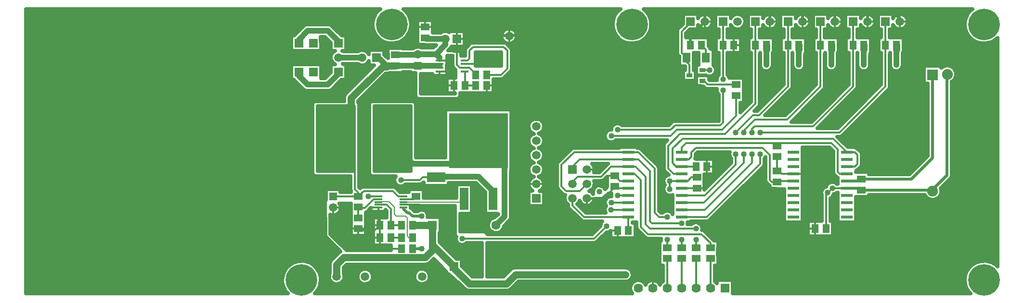
<source format=gbr>
G04 DipTrace 2.4.0.2*
%INTop.gbr*%
%MOIN*%
%ADD13C,0.05*%
%ADD14C,0.013*%
%ADD15C,0.02*%
%ADD16C,0.0118*%
%ADD17C,0.04*%
%ADD18C,0.0157*%
%ADD19C,0.008*%
%ADD20C,0.025*%
%ADD24R,0.0748X0.0748*%
%ADD25C,0.0748*%
%ADD26R,0.0591X0.0512*%
%ADD27R,0.0512X0.0591*%
%ADD28R,0.0591X0.0591*%
%ADD29C,0.0591*%
%ADD30R,0.0531X0.0531*%
%ADD31R,0.0551X0.0709*%
%ADD32R,0.063X0.063*%
%ADD33C,0.063*%
%ADD34R,0.0638X0.0638*%
%ADD35C,0.0638*%
%ADD36R,0.0787X0.0394*%
%ADD37C,0.0787*%
%ADD38C,0.2187*%
%ADD39C,0.0591*%
%ADD40C,0.0748*%
%ADD42R,0.0413X0.0256*%
%ADD43R,0.0591X0.1555*%
%ADD44R,0.4094X0.3819*%
%ADD45R,0.126X0.0709*%
%ADD46R,0.0787X0.0236*%
%ADD47R,0.0551X0.0157*%
%ADD48R,0.0551X0.0118*%
%FSLAX44Y44*%
G04*
G70*
G90*
G75*
G01*
%LNTop*%
%LPD*%
X32440Y9065D2*
D13*
X31065D1*
X33940Y6190D2*
X32440Y7690D1*
Y9065D1*
Y7315D1*
X31940Y6815D1*
X26315D1*
X25815Y6315D1*
Y5503D1*
X33940Y6190D2*
Y6065D1*
X35003Y5003D1*
X37565D1*
X38190Y5628D1*
X45815D1*
X35440Y19503D2*
D14*
Y19569D1*
X35006Y20003D1*
X34684D1*
X34676Y19995D1*
X64815Y23190D2*
D15*
Y23378D1*
X64315Y23878D1*
X62565D1*
X60315D1*
X58065D1*
X55895D1*
X51315D1*
Y23190D1*
X55815D2*
Y23798D1*
X55895Y23878D1*
X58065Y23190D2*
Y23878D1*
X60315Y23190D2*
Y23878D1*
X62565Y23190D2*
Y23878D1*
X50315Y21565D2*
Y22253D1*
X50503Y22440D1*
X50565D1*
X51315Y23190D1*
X36318Y22222D2*
X37756D1*
X43409D1*
X44253Y21378D1*
X48753D1*
X49378Y22003D1*
Y23315D1*
X49940Y23878D1*
X51315D1*
X46003Y12126D2*
D14*
X45442D1*
X45065Y12503D1*
X49703Y11626D2*
X50751D1*
X50753Y11628D1*
X57440Y12628D2*
X56628D1*
X56440Y12815D1*
X56315D1*
Y13815D2*
Y12815D1*
X50753Y11628D2*
X51190D1*
X51440Y11878D1*
Y13126D1*
X51439Y13127D1*
X58940Y8815D2*
Y12065D1*
X58378Y12628D1*
X57440D1*
X37756Y22191D2*
D15*
Y22222D1*
X34676Y19995D2*
D14*
X34326D1*
X34130Y20191D1*
Y22003D1*
X27315Y11065D2*
Y11317D1*
X27067Y11565D1*
Y14938D1*
X26940Y15065D1*
X26237D1*
X25565Y11065D2*
X27315D1*
X30426Y11069D2*
D16*
X30061D1*
D14*
X29690Y11440D1*
X27690D1*
X27315Y11065D1*
X26237Y15065D2*
D13*
X26817Y15645D1*
Y17878D1*
X29005Y20066D1*
X29261D1*
Y20128D1*
X29880D1*
X28567Y20691D2*
D17*
X28699D1*
X29261Y20128D1*
X29880D2*
X31443D1*
X32944Y20251D2*
D14*
Y20128D1*
D17*
X31443D1*
X32944Y19995D2*
D14*
Y20128D1*
X30426Y10478D2*
D16*
X30767D1*
D14*
X31152D1*
X31315Y10315D1*
X27315Y8817D2*
Y8690D1*
X28442D1*
X28817Y9065D1*
Y8190D2*
Y9065D1*
X25565Y10278D2*
Y9440D1*
X26190Y8815D1*
X27313D1*
X27315Y8817D1*
X28817Y8190D2*
Y7688D1*
X29065Y7440D1*
X30317D1*
X31315Y10315D2*
D17*
X32315D1*
X33255Y9375D1*
Y8125D1*
X35190Y6190D1*
X35318D1*
X46003Y11626D2*
D14*
X45194D1*
X45065Y11755D1*
X49703Y12126D2*
X50126D1*
X50376Y12376D1*
X50753D1*
X28694Y10281D2*
D16*
Y10157D1*
D14*
Y9188D1*
X28817Y9065D1*
X32693Y10173D2*
X31458D1*
X31315Y10315D1*
X62128Y11505D2*
D15*
X66999D1*
X67071Y11432D1*
X61141Y11628D2*
X62005D1*
X62128Y11505D1*
X61141Y11628D2*
D14*
X60128D1*
X59690Y11190D1*
Y8817D1*
X59688Y8815D1*
X43130Y10940D2*
X43253D1*
X43315Y10878D1*
X44253D1*
X45065Y11690D1*
Y11755D1*
X48878Y12128D2*
X49701D1*
X49703Y12126D1*
X48878Y11565D2*
Y12128D1*
X55565Y20815D2*
D17*
Y21265D1*
D13*
Y21563D1*
X55563Y21565D1*
X55565Y20190D2*
D17*
Y20815D1*
X57815D2*
Y21265D1*
D13*
Y21563D1*
X57813Y21565D1*
X57815Y20190D2*
D17*
Y20815D1*
X60065D2*
Y21265D1*
D13*
Y21563D1*
X60063Y21565D1*
X60065Y20190D2*
D17*
Y20815D1*
X62315D2*
Y21265D1*
D13*
Y21563D1*
X62313Y21565D1*
X62315Y20190D2*
D17*
Y20815D1*
X64565D2*
Y21265D1*
D13*
Y21563D1*
X64563Y21565D1*
X64565Y20190D2*
D17*
Y20815D1*
X51146Y19830D2*
D14*
X51618D1*
X51632Y19816D1*
X60128Y11628D2*
D3*
X59815Y11315D2*
X59690Y11190D1*
X29880Y20876D2*
D17*
X31403D1*
X31443Y20916D1*
X32944Y20507D2*
D18*
Y20690D1*
D17*
X32693Y20941D1*
X31468D1*
X31443Y20916D1*
X33343Y22003D2*
Y21591D1*
X32693Y20941D1*
X33343Y22003D2*
X32007D1*
X31943Y22068D1*
X67071Y11432D2*
D15*
X66972D1*
X68060Y12520D1*
Y19570D1*
X68090Y19540D1*
X42130Y12940D2*
D14*
Y13130D1*
X42628Y13628D1*
X46001D1*
X46003Y13626D1*
X49690Y7501D2*
Y8065D1*
Y9190D2*
X47631D1*
X47507Y9315D1*
Y12815D1*
X46694Y13627D1*
X46004D1*
X43130Y11940D2*
X43128D1*
X42628Y11440D1*
X41690D1*
X41378Y11753D1*
Y13253D1*
X42253Y14128D1*
X46001D1*
X46003Y14126D1*
X48690Y7501D2*
Y8065D1*
Y9628D2*
X48128D1*
X47819Y9936D1*
Y13002D1*
X46696Y14126D1*
X46003D1*
X51690Y4690D2*
Y6753D1*
X56315Y12067D2*
X55938D1*
X55815Y12190D1*
Y13940D1*
X55315Y14440D1*
X50690D1*
X50378Y14128D1*
Y13815D1*
X50188Y13626D1*
X49703D1*
X57440Y12128D2*
X56376D1*
X56315Y12067D1*
X61141Y14128D2*
X61690D1*
X61878Y13940D1*
Y13315D1*
X61690Y13128D1*
X61141D1*
X49703Y13126D2*
X49317D1*
X49065Y13378D1*
Y14378D1*
X49753Y15065D1*
X60190D1*
X61128Y14128D1*
X61141D1*
X50691Y13127D2*
X49704D1*
X49703Y13126D1*
X62128Y12253D2*
D15*
X65603D1*
X67071Y13721D1*
Y19503D1*
X61141Y12128D2*
X62003D1*
X62128Y12253D1*
X25940Y20690D2*
D17*
X27567D1*
Y20691D1*
X49703Y14126D2*
D14*
Y14453D1*
X50003Y14753D1*
X56505D1*
X60065D1*
X60503Y14315D1*
Y12753D1*
X60628Y12628D1*
X61141D1*
X56505Y14753D2*
X56315Y14563D1*
X57065Y23190D2*
Y21565D1*
Y18690D1*
X55065Y16690D1*
X54628D1*
X53440Y15503D1*
Y14003D2*
Y13253D1*
X51313Y11126D1*
X49703D1*
X59315Y23190D2*
Y21565D1*
Y18690D1*
X57003Y16378D1*
X54753D1*
X54003Y15628D1*
Y15503D1*
Y14003D2*
Y13378D1*
X51251Y10626D1*
X49703D1*
X61565Y23190D2*
Y21565D1*
Y18690D1*
X58815Y15940D1*
X54753D1*
X54565Y15753D1*
Y15503D1*
Y14003D2*
Y13378D1*
X51313Y10126D1*
X49703D1*
X63815Y23190D2*
Y21565D1*
Y18690D1*
X60628Y15503D1*
X55128D1*
Y14003D2*
Y13315D1*
X51438Y9626D1*
X49703D1*
X50315Y23190D2*
Y23128D1*
X49690Y22503D1*
Y21039D1*
X50039Y20690D1*
X50241Y19456D2*
Y20202D1*
X49896Y20547D1*
X50039Y20690D1*
X51378D2*
Y21251D1*
X51063Y21565D1*
X46003Y10626D2*
X44819D1*
Y15253D2*
X48940D1*
X49378Y15690D1*
X52503D1*
X53478Y16666D1*
Y18065D1*
X51146Y19082D2*
X51082D1*
X51003Y19003D1*
X51320D1*
X51510Y18813D1*
X53478D1*
X34676Y20251D2*
X36316D1*
X36318Y20253D1*
X36188Y19503D2*
X37193D1*
X37631Y19941D1*
Y21191D1*
X37381Y21441D1*
X35256D1*
X35005Y21191D1*
Y20628D1*
X34880Y20503D1*
X34680D1*
X34676Y20507D1*
X34688Y18753D2*
X35440D1*
X34688D2*
Y19727D1*
X34676Y19739D1*
X30426Y10872D2*
D16*
X30767D1*
D14*
X31124D1*
X31315Y11063D1*
X30426Y10675D2*
D19*
X34428D1*
X34630Y10877D1*
X29190Y15065D2*
D17*
X29315D1*
X31065Y13315D1*
X37248D1*
X35630Y14932D1*
X36850Y9065D2*
X37440Y9656D1*
Y13565D1*
X36073Y14932D1*
X35630D1*
X27315Y10317D2*
D14*
Y10253D1*
Y9565D1*
X28694Y10872D2*
D16*
X28372D1*
D14*
X27753Y10253D1*
X27315D1*
X29565Y9065D2*
X30317D1*
X28694Y10478D2*
D16*
X29035D1*
D14*
X29277D1*
X29565Y10190D1*
Y9065D1*
X28694Y11069D2*
D16*
X28353D1*
D14*
X28003D1*
X30253Y12190D2*
X31565D1*
X31752Y12377D1*
X32693D1*
D17*
X32943D1*
X33005Y12440D1*
X35631D1*
X36631Y11440D1*
Y10877D1*
X31065Y8190D2*
D19*
X30815D1*
X30690Y8315D1*
Y9565D1*
X30565Y9690D1*
X29940D1*
X29815Y9815D1*
Y10315D1*
X29440Y10690D1*
X28709D1*
X28694Y10675D1*
X30317Y8190D2*
D14*
X29565D1*
X30426Y10281D2*
Y10204D1*
D15*
X30690Y9940D1*
X30815D1*
X31065Y9690D1*
X31690D1*
Y7440D2*
X31065D1*
X34503Y8127D2*
D14*
X43627D1*
X44503Y9003D1*
X44815Y10128D2*
X46001D1*
X46003Y10126D1*
X52565Y23190D2*
Y21567D1*
X52567Y21565D1*
X46003Y11126D2*
X45257D1*
Y15690D2*
X48940D1*
X49253Y16003D1*
X52378D1*
X52567Y16192D1*
Y18440D1*
Y19190D2*
Y21565D1*
X23190Y21690D2*
D17*
Y21940D1*
X23815Y22565D1*
X25190D1*
X25940Y21815D1*
Y21690D1*
X23190Y19690D2*
Y19440D1*
X23815Y18815D1*
X25190D1*
X25940Y19565D1*
Y19690D1*
X49703Y12626D2*
D14*
X49130D1*
X48753Y13003D1*
Y14565D1*
X49565Y15378D1*
X52690D1*
X54815Y17503D1*
Y21565D1*
Y23190D2*
Y21565D1*
X50690Y4690D2*
Y6753D1*
X49690Y4690D2*
Y6753D1*
X48690Y4690D2*
Y6753D1*
X51690Y7501D2*
Y7815D1*
X51065Y8440D1*
X47381D1*
X46882Y8940D1*
Y12190D1*
X46444Y12627D1*
X46004D1*
X46003Y12626D1*
Y9626D2*
Y8690D1*
X46002Y8689D1*
X46003Y9626D2*
X42942D1*
X42130Y10437D1*
Y10940D1*
Y11940D2*
Y12068D1*
X42503Y12440D1*
X44128D1*
X44813Y13126D1*
X46003D1*
X50690Y7501D2*
Y8065D1*
Y8815D2*
X47506D1*
X47194Y9127D1*
Y12440D1*
X46508Y13126D1*
X46003D1*
D17*
X45815Y5628D3*
X49690Y8065D3*
Y9190D3*
X48690Y8065D3*
Y9628D3*
X53440Y15503D3*
Y14003D3*
X54003Y15503D3*
Y14003D3*
X54565Y15503D3*
Y14003D3*
X55128Y15503D3*
Y14003D3*
X44819Y10626D3*
Y15253D3*
X28003Y11069D3*
X30253Y12190D3*
X31690Y9690D3*
Y7440D3*
X34503Y8127D3*
X44503Y9003D3*
X44815Y10128D3*
X31690Y9690D3*
X45257Y11126D3*
Y15690D3*
X52567Y18440D3*
Y19190D3*
X50690Y8065D3*
Y8815D3*
X55565Y20815D3*
X57815D3*
X60065D3*
X62315D3*
X64565D3*
X55565Y20190D3*
X57815D3*
X60065D3*
X62315D3*
X64565D3*
X32943Y18816D3*
X33318D3*
X42440Y14565D3*
X43003D3*
X43565D3*
X44128D3*
X52940Y13440D3*
X43963Y12865D3*
X44315Y13190D3*
X52440Y12940D3*
X51940Y12440D3*
X54940D3*
X48878Y12128D3*
X44003Y11940D3*
X54440D3*
X48878Y11565D3*
X53940Y11440D3*
X44003Y11378D3*
X53440Y10940D3*
X52940Y10440D3*
X26315Y10253D3*
X43128Y10190D3*
X43690D3*
X47757Y6877D3*
X32943Y19191D3*
X52445Y6877D3*
X33318Y19191D3*
X47257Y6877D3*
X52945D3*
X51632Y19816D3*
X60128Y11628D3*
X59815Y11315D3*
X4340Y23816D2*
D20*
X28554D1*
X30701D2*
X45179D1*
X47326D2*
X69554D1*
X4340Y23568D2*
X28401D1*
X30854D2*
X45026D1*
X47479D2*
X49761D1*
X51713D2*
X52011D1*
X53963D2*
X54261D1*
X56213D2*
X56511D1*
X58463D2*
X58761D1*
X60713D2*
X61011D1*
X62963D2*
X63261D1*
X65213D2*
X69401D1*
X4340Y23319D2*
X28312D1*
X30944D2*
X44937D1*
X47569D2*
X49761D1*
X51854D2*
X52007D1*
X54104D2*
X54257D1*
X56354D2*
X56507D1*
X58604D2*
X58757D1*
X60854D2*
X61007D1*
X63104D2*
X63257D1*
X65354D2*
X69312D1*
X4340Y23070D2*
X28276D1*
X30979D2*
X31386D1*
X32498D2*
X44901D1*
X47604D2*
X49761D1*
X51858D2*
X52007D1*
X54108D2*
X54257D1*
X56358D2*
X56507D1*
X58608D2*
X58757D1*
X60858D2*
X61007D1*
X63108D2*
X63257D1*
X65358D2*
X69276D1*
X4340Y22822D2*
X23433D1*
X25573D2*
X28288D1*
X30967D2*
X31386D1*
X32498D2*
X44913D1*
X47592D2*
X49562D1*
X51721D2*
X52011D1*
X53971D2*
X54261D1*
X56221D2*
X56511D1*
X58471D2*
X58761D1*
X60721D2*
X61011D1*
X62971D2*
X63261D1*
X65221D2*
X69288D1*
X4340Y22573D2*
X23183D1*
X25823D2*
X28347D1*
X30909D2*
X31386D1*
X32498D2*
X35663D1*
X36971D2*
X37362D1*
X38147D2*
X44972D1*
X47534D2*
X49374D1*
X50209D2*
X52241D1*
X52889D2*
X54491D1*
X55139D2*
X56741D1*
X57389D2*
X58991D1*
X59639D2*
X61241D1*
X61889D2*
X63491D1*
X64139D2*
X69347D1*
X4340Y22324D2*
X22933D1*
X26073D2*
X28460D1*
X30795D2*
X31386D1*
X34686D2*
X35663D1*
X36971D2*
X37218D1*
X38295D2*
X45085D1*
X47420D2*
X49366D1*
X50014D2*
X52241D1*
X52889D2*
X54491D1*
X55139D2*
X56741D1*
X57389D2*
X58991D1*
X59639D2*
X61241D1*
X61889D2*
X63491D1*
X64139D2*
X69460D1*
X4340Y22076D2*
X22636D1*
X24744D2*
X25038D1*
X26494D2*
X28651D1*
X30604D2*
X31386D1*
X34686D2*
X35663D1*
X36971D2*
X37214D1*
X38299D2*
X45276D1*
X47229D2*
X49366D1*
X51580D2*
X52050D1*
X53830D2*
X54300D1*
X56080D2*
X56550D1*
X58330D2*
X58800D1*
X60580D2*
X61050D1*
X62830D2*
X63300D1*
X65080D2*
X69651D1*
X4340Y21827D2*
X22636D1*
X24744D2*
X25288D1*
X26494D2*
X28984D1*
X30272D2*
X31386D1*
X34686D2*
X35663D1*
X36971D2*
X37347D1*
X38166D2*
X45609D1*
X46897D2*
X49366D1*
X51580D2*
X52050D1*
X53830D2*
X54300D1*
X56080D2*
X56550D1*
X58330D2*
X58800D1*
X60580D2*
X61050D1*
X62830D2*
X63300D1*
X65080D2*
X69984D1*
X71272D2*
X71542D1*
X4340Y21578D2*
X22636D1*
X24744D2*
X25386D1*
X26494D2*
X31386D1*
X34686D2*
X34944D1*
X37694D2*
X49366D1*
X51580D2*
X52050D1*
X53830D2*
X54300D1*
X56080D2*
X56550D1*
X58330D2*
X58800D1*
X60580D2*
X61050D1*
X62830D2*
X63300D1*
X65080D2*
X71542D1*
X4340Y21330D2*
X22636D1*
X24744D2*
X25386D1*
X26494D2*
X29323D1*
X30436D2*
X31085D1*
X33717D2*
X34714D1*
X37920D2*
X49366D1*
X51694D2*
X52050D1*
X53830D2*
X54300D1*
X56080D2*
X56550D1*
X58330D2*
X58800D1*
X60580D2*
X61050D1*
X62830D2*
X63300D1*
X65080D2*
X71542D1*
X4340Y21081D2*
X25558D1*
X29123D2*
X29323D1*
X34405D2*
X34679D1*
X37955D2*
X49366D1*
X51912D2*
X52050D1*
X53830D2*
X54300D1*
X56080D2*
X56550D1*
X58330D2*
X58800D1*
X60580D2*
X61050D1*
X62830D2*
X63300D1*
X65080D2*
X71542D1*
X4340Y20832D2*
X25405D1*
X29198D2*
X29323D1*
X34448D2*
X34679D1*
X37955D2*
X49448D1*
X50576D2*
X50843D1*
X51912D2*
X52241D1*
X52893D2*
X54491D1*
X56026D2*
X56741D1*
X58276D2*
X58991D1*
X60526D2*
X61241D1*
X62776D2*
X63491D1*
X65026D2*
X71542D1*
X4340Y20584D2*
X25398D1*
X37955D2*
X49503D1*
X50576D2*
X50843D1*
X51912D2*
X52241D1*
X52893D2*
X54491D1*
X56026D2*
X56741D1*
X58276D2*
X58991D1*
X60526D2*
X61241D1*
X62776D2*
X63491D1*
X65026D2*
X71542D1*
X4340Y20335D2*
X25523D1*
X37955D2*
X49503D1*
X50576D2*
X50843D1*
X51912D2*
X52241D1*
X52893D2*
X54491D1*
X56026D2*
X56741D1*
X58276D2*
X58991D1*
X60526D2*
X61241D1*
X62776D2*
X63491D1*
X65026D2*
X71542D1*
X4340Y20086D2*
X22636D1*
X24744D2*
X25386D1*
X26494D2*
X28316D1*
X37955D2*
X49909D1*
X51998D2*
X52241D1*
X52893D2*
X54491D1*
X56014D2*
X56741D1*
X58264D2*
X58991D1*
X60514D2*
X61241D1*
X62764D2*
X63491D1*
X65014D2*
X66437D1*
X68385D2*
X71542D1*
X4340Y19837D2*
X22636D1*
X24744D2*
X25386D1*
X26494D2*
X28066D1*
X37936D2*
X49917D1*
X52092D2*
X52240D1*
X52893D2*
X54491D1*
X55139D2*
X55287D1*
X55846D2*
X56741D1*
X57389D2*
X57537D1*
X58096D2*
X58991D1*
X59639D2*
X59787D1*
X60346D2*
X61241D1*
X61889D2*
X62037D1*
X62596D2*
X63491D1*
X64139D2*
X64287D1*
X64846D2*
X66437D1*
X68647D2*
X71542D1*
X4340Y19589D2*
X22636D1*
X24744D2*
X25323D1*
X26494D2*
X27816D1*
X29373D2*
X31245D1*
X37729D2*
X49773D1*
X52030D2*
X52241D1*
X52893D2*
X54491D1*
X55139D2*
X56741D1*
X57389D2*
X58991D1*
X59639D2*
X61241D1*
X61889D2*
X63491D1*
X64139D2*
X66437D1*
X68721D2*
X71542D1*
X4340Y19340D2*
X22636D1*
X24744D2*
X25073D1*
X26494D2*
X27569D1*
X28991D2*
X31245D1*
X37479D2*
X49773D1*
X51612D2*
X52136D1*
X53002D2*
X54491D1*
X55139D2*
X56741D1*
X57389D2*
X58991D1*
X59639D2*
X61241D1*
X61889D2*
X63491D1*
X64139D2*
X66437D1*
X68690D2*
X71542D1*
X4340Y19091D2*
X22898D1*
X26108D2*
X27319D1*
X28741D2*
X31245D1*
X36705D2*
X50679D1*
X54034D2*
X54491D1*
X55139D2*
X56741D1*
X57389D2*
X58991D1*
X59639D2*
X61241D1*
X61889D2*
X63491D1*
X64139D2*
X66437D1*
X68526D2*
X71542D1*
X4340Y18843D2*
X23148D1*
X25858D2*
X27069D1*
X28494D2*
X31245D1*
X36705D2*
X50679D1*
X54034D2*
X54491D1*
X55139D2*
X56741D1*
X57389D2*
X58991D1*
X59639D2*
X61241D1*
X61889D2*
X63491D1*
X64139D2*
X66710D1*
X68420D2*
X71542D1*
X4340Y18594D2*
X23398D1*
X25608D2*
X26823D1*
X28244D2*
X31245D1*
X36705D2*
X51280D1*
X54034D2*
X54491D1*
X55139D2*
X56519D1*
X57373D2*
X58769D1*
X59623D2*
X61019D1*
X61873D2*
X63269D1*
X64123D2*
X66710D1*
X68420D2*
X71542D1*
X4340Y18345D2*
X26573D1*
X27994D2*
X31245D1*
X36705D2*
X52116D1*
X54034D2*
X54491D1*
X55139D2*
X56273D1*
X57170D2*
X58523D1*
X59420D2*
X60773D1*
X61670D2*
X63023D1*
X63920D2*
X66710D1*
X68420D2*
X71542D1*
X4340Y18097D2*
X26359D1*
X27748D2*
X31245D1*
X34393D2*
X52241D1*
X54034D2*
X54491D1*
X55139D2*
X56023D1*
X56920D2*
X58273D1*
X59170D2*
X60523D1*
X61420D2*
X62773D1*
X63670D2*
X66710D1*
X68420D2*
X71542D1*
X4340Y17848D2*
X26308D1*
X27498D2*
X31390D1*
X34244D2*
X52241D1*
X54034D2*
X54491D1*
X55139D2*
X55773D1*
X56670D2*
X58023D1*
X58920D2*
X60273D1*
X61170D2*
X62523D1*
X63420D2*
X66710D1*
X68420D2*
X71542D1*
X4340Y17599D2*
X24183D1*
X27326D2*
X28120D1*
X31264D2*
X52241D1*
X54034D2*
X54464D1*
X55139D2*
X55526D1*
X56424D2*
X57776D1*
X58674D2*
X60026D1*
X60924D2*
X62276D1*
X63174D2*
X66710D1*
X68420D2*
X71542D1*
X4340Y17351D2*
X24120D1*
X27389D2*
X28058D1*
X31326D2*
X52241D1*
X53803D2*
X54214D1*
X55100D2*
X55279D1*
X56174D2*
X57526D1*
X58424D2*
X59776D1*
X60674D2*
X62026D1*
X62924D2*
X66710D1*
X68420D2*
X71542D1*
X4340Y17102D2*
X24120D1*
X27389D2*
X28058D1*
X31326D2*
X52241D1*
X53803D2*
X53964D1*
X54862D2*
X55029D1*
X55924D2*
X57276D1*
X58174D2*
X59526D1*
X60424D2*
X61776D1*
X62674D2*
X66710D1*
X68420D2*
X71542D1*
X4340Y16853D2*
X24120D1*
X27389D2*
X28058D1*
X31326D2*
X33323D1*
X37936D2*
X52241D1*
X55678D2*
X57030D1*
X57928D2*
X59280D1*
X60178D2*
X61530D1*
X62428D2*
X66710D1*
X68420D2*
X71542D1*
X4340Y16605D2*
X24120D1*
X27389D2*
X28058D1*
X31326D2*
X33323D1*
X37936D2*
X52241D1*
X57678D2*
X59030D1*
X59928D2*
X61280D1*
X62178D2*
X66710D1*
X68420D2*
X71542D1*
X4340Y16356D2*
X24120D1*
X27389D2*
X28058D1*
X31326D2*
X33323D1*
X37936D2*
X39319D1*
X39940D2*
X52241D1*
X57428D2*
X58780D1*
X59678D2*
X61030D1*
X61928D2*
X66710D1*
X68420D2*
X71542D1*
X4340Y16107D2*
X24120D1*
X27389D2*
X28058D1*
X31326D2*
X33323D1*
X37936D2*
X39112D1*
X40147D2*
X45109D1*
X45405D2*
X48909D1*
X59432D2*
X60784D1*
X61682D2*
X66710D1*
X68420D2*
X71542D1*
X4340Y15858D2*
X24120D1*
X27389D2*
X28058D1*
X31326D2*
X33323D1*
X37936D2*
X39077D1*
X40182D2*
X44831D1*
X59182D2*
X60534D1*
X61432D2*
X66710D1*
X68420D2*
X71542D1*
X4340Y15610D2*
X24120D1*
X27389D2*
X28058D1*
X31326D2*
X33323D1*
X37936D2*
X39167D1*
X40092D2*
X44546D1*
X61182D2*
X66710D1*
X68420D2*
X71542D1*
X4340Y15361D2*
X24120D1*
X27389D2*
X28058D1*
X31326D2*
X33323D1*
X37936D2*
X39327D1*
X39932D2*
X44374D1*
X60936D2*
X66710D1*
X68420D2*
X71542D1*
X4340Y15112D2*
X24120D1*
X27389D2*
X28058D1*
X31326D2*
X33323D1*
X37936D2*
X39116D1*
X40143D2*
X44382D1*
X60592D2*
X66710D1*
X68420D2*
X71542D1*
X4340Y14864D2*
X24120D1*
X27393D2*
X28058D1*
X31326D2*
X33323D1*
X37936D2*
X39077D1*
X40182D2*
X44601D1*
X45037D2*
X48601D1*
X60842D2*
X66710D1*
X68420D2*
X71542D1*
X4340Y14615D2*
X24120D1*
X27393D2*
X28058D1*
X31326D2*
X33323D1*
X37936D2*
X39163D1*
X40096D2*
X48433D1*
X61088D2*
X66710D1*
X68420D2*
X71542D1*
X4340Y14366D2*
X24120D1*
X27393D2*
X28058D1*
X31326D2*
X33323D1*
X37936D2*
X39339D1*
X39924D2*
X42046D1*
X46901D2*
X48429D1*
X58092D2*
X60003D1*
X61897D2*
X66710D1*
X68420D2*
X71542D1*
X4340Y14118D2*
X24120D1*
X27393D2*
X28058D1*
X31326D2*
X33323D1*
X37936D2*
X39116D1*
X40143D2*
X41792D1*
X47155D2*
X48429D1*
X50819D2*
X52995D1*
X58092D2*
X60179D1*
X62143D2*
X66710D1*
X68420D2*
X71542D1*
X4340Y13869D2*
X24120D1*
X27393D2*
X28058D1*
X31326D2*
X33323D1*
X37936D2*
X39077D1*
X40186D2*
X41546D1*
X47401D2*
X48429D1*
X50701D2*
X53003D1*
X58092D2*
X60179D1*
X62201D2*
X66710D1*
X68420D2*
X71542D1*
X4340Y13620D2*
X24120D1*
X27393D2*
X28058D1*
X37936D2*
X39159D1*
X40100D2*
X41296D1*
X47651D2*
X48429D1*
X51955D2*
X53116D1*
X58092D2*
X60179D1*
X62201D2*
X66472D1*
X68420D2*
X71542D1*
X4340Y13372D2*
X24120D1*
X27393D2*
X28058D1*
X37936D2*
X39347D1*
X39912D2*
X41077D1*
X47901D2*
X48429D1*
X51955D2*
X53109D1*
X58092D2*
X60179D1*
X62201D2*
X66222D1*
X68420D2*
X71542D1*
X4340Y13123D2*
X24120D1*
X27393D2*
X28058D1*
X37936D2*
X39120D1*
X40139D2*
X41054D1*
X43655D2*
X44362D1*
X48119D2*
X48429D1*
X51955D2*
X52862D1*
X58092D2*
X60179D1*
X62131D2*
X65976D1*
X68420D2*
X71542D1*
X4340Y12874D2*
X24120D1*
X27393D2*
X28058D1*
X37936D2*
X39077D1*
X40186D2*
X41054D1*
X43682D2*
X44112D1*
X48143D2*
X48456D1*
X51955D2*
X52612D1*
X55135D2*
X55491D1*
X58092D2*
X60179D1*
X61877D2*
X65726D1*
X68420D2*
X71542D1*
X4340Y12626D2*
X24128D1*
X27393D2*
X28066D1*
X37901D2*
X39155D1*
X40104D2*
X41054D1*
X48143D2*
X48679D1*
X51955D2*
X52362D1*
X54889D2*
X55491D1*
X58092D2*
X60206D1*
X62682D2*
X65476D1*
X68420D2*
X71542D1*
X4340Y12377D2*
X26741D1*
X27393D2*
X29835D1*
X37901D2*
X39359D1*
X39905D2*
X41054D1*
X48143D2*
X48495D1*
X51307D2*
X52116D1*
X54639D2*
X55491D1*
X58092D2*
X60437D1*
X68389D2*
X71542D1*
X4340Y12128D2*
X26741D1*
X27393D2*
X29796D1*
X37901D2*
X39124D1*
X40139D2*
X41054D1*
X43651D2*
X44511D1*
X48143D2*
X48417D1*
X51307D2*
X51866D1*
X54389D2*
X55495D1*
X58092D2*
X60487D1*
X68166D2*
X71542D1*
X4340Y11879D2*
X26741D1*
X27393D2*
X29925D1*
X30580D2*
X31804D1*
X33584D2*
X34077D1*
X35186D2*
X35550D1*
X37901D2*
X39077D1*
X40186D2*
X41054D1*
X43682D2*
X44511D1*
X48143D2*
X48495D1*
X51307D2*
X51616D1*
X54143D2*
X55675D1*
X58092D2*
X59749D1*
X67916D2*
X71542D1*
X4340Y11631D2*
X26741D1*
X29948D2*
X34077D1*
X35186D2*
X35800D1*
X37901D2*
X39155D1*
X40108D2*
X41077D1*
X48143D2*
X48421D1*
X53893D2*
X55761D1*
X58092D2*
X59491D1*
X67670D2*
X71542D1*
X4340Y11382D2*
X25038D1*
X26092D2*
X26761D1*
X30198D2*
X30761D1*
X31869D2*
X34077D1*
X35186D2*
X36050D1*
X37901D2*
X39073D1*
X40186D2*
X41300D1*
X48143D2*
X48460D1*
X53643D2*
X56788D1*
X58092D2*
X59362D1*
X67701D2*
X71542D1*
X4340Y11133D2*
X25038D1*
X31869D2*
X34077D1*
X35186D2*
X36077D1*
X37901D2*
X39073D1*
X40186D2*
X41612D1*
X48143D2*
X49050D1*
X53397D2*
X56788D1*
X58092D2*
X59366D1*
X60237D2*
X60487D1*
X62682D2*
X66515D1*
X67627D2*
X71542D1*
X4340Y10885D2*
X25038D1*
X35186D2*
X36077D1*
X37901D2*
X39073D1*
X40186D2*
X41577D1*
X48143D2*
X49050D1*
X53147D2*
X56788D1*
X58092D2*
X59366D1*
X60014D2*
X60487D1*
X61795D2*
X66780D1*
X67362D2*
X71542D1*
X4340Y10636D2*
X24991D1*
X35186D2*
X36077D1*
X37901D2*
X39073D1*
X40186D2*
X41671D1*
X48143D2*
X49050D1*
X52897D2*
X56788D1*
X58092D2*
X59366D1*
X60014D2*
X60487D1*
X61795D2*
X71542D1*
X4340Y10387D2*
X24991D1*
X35186D2*
X36077D1*
X37901D2*
X39073D1*
X40186D2*
X41808D1*
X48143D2*
X49050D1*
X52651D2*
X56788D1*
X58092D2*
X59366D1*
X60014D2*
X60487D1*
X61795D2*
X71542D1*
X4340Y10139D2*
X24991D1*
X35186D2*
X36077D1*
X37901D2*
X41980D1*
X48143D2*
X49050D1*
X52401D2*
X56788D1*
X58092D2*
X59366D1*
X60014D2*
X60487D1*
X61795D2*
X71542D1*
X4340Y9890D2*
X24995D1*
X35186D2*
X36077D1*
X37901D2*
X42230D1*
X52151D2*
X56788D1*
X58092D2*
X59366D1*
X60014D2*
X60487D1*
X61795D2*
X71542D1*
X4340Y9641D2*
X24995D1*
X34389D2*
X36784D1*
X37901D2*
X42476D1*
X51905D2*
X56788D1*
X58092D2*
X59366D1*
X60014D2*
X60487D1*
X61795D2*
X71542D1*
X4340Y9393D2*
X24995D1*
X34389D2*
X36382D1*
X37811D2*
X42730D1*
X51651D2*
X56788D1*
X58092D2*
X59366D1*
X60014D2*
X60487D1*
X61795D2*
X71542D1*
X4340Y9144D2*
X24995D1*
X34389D2*
X36280D1*
X37569D2*
X44066D1*
X50147D2*
X50382D1*
X50998D2*
X58425D1*
X60205D2*
X71542D1*
X4340Y8895D2*
X24995D1*
X34389D2*
X36300D1*
X37397D2*
X43944D1*
X51143D2*
X58425D1*
X60205D2*
X71542D1*
X4340Y8647D2*
X24995D1*
X34389D2*
X36468D1*
X37233D2*
X43698D1*
X46518D2*
X46726D1*
X51307D2*
X58425D1*
X60205D2*
X71542D1*
X4340Y8398D2*
X24995D1*
X44346D2*
X44737D1*
X46518D2*
X46976D1*
X51557D2*
X58425D1*
X60205D2*
X71542D1*
X4340Y8149D2*
X25124D1*
X44100D2*
X47284D1*
X51807D2*
X71542D1*
X4340Y7900D2*
X25374D1*
X43850D2*
X48136D1*
X52244D2*
X71542D1*
X4340Y7652D2*
X25624D1*
X36264D2*
X48136D1*
X52244D2*
X71542D1*
X4340Y7403D2*
X25870D1*
X36264D2*
X48136D1*
X52244D2*
X71542D1*
X4340Y7154D2*
X25944D1*
X36264D2*
X48136D1*
X52244D2*
X71542D1*
X4340Y6906D2*
X25694D1*
X36264D2*
X48136D1*
X52244D2*
X71542D1*
X4340Y6657D2*
X25444D1*
X36264D2*
X48136D1*
X52244D2*
X71542D1*
X4340Y6408D2*
X22698D1*
X24057D2*
X25316D1*
X32229D2*
X32804D1*
X36264D2*
X48136D1*
X52244D2*
X69948D1*
X71307D2*
X71542D1*
X4340Y6160D2*
X22382D1*
X24373D2*
X25304D1*
X26369D2*
X33054D1*
X36264D2*
X48366D1*
X52014D2*
X69632D1*
X4340Y5911D2*
X22198D1*
X24557D2*
X25304D1*
X26326D2*
X27421D1*
X28143D2*
X31359D1*
X32084D2*
X33300D1*
X36264D2*
X37761D1*
X46233D2*
X48366D1*
X52014D2*
X69448D1*
X4340Y5662D2*
X22089D1*
X24666D2*
X25284D1*
X26346D2*
X27253D1*
X28311D2*
X31191D1*
X32252D2*
X33386D1*
X36264D2*
X37515D1*
X46323D2*
X48366D1*
X52014D2*
X69339D1*
X4340Y5414D2*
X22034D1*
X24721D2*
X25269D1*
X26362D2*
X27234D1*
X28330D2*
X31175D1*
X32268D2*
X33800D1*
X46276D2*
X48366D1*
X52014D2*
X69284D1*
X4340Y5165D2*
X22026D1*
X24729D2*
X25382D1*
X26248D2*
X27347D1*
X28217D2*
X31288D1*
X32155D2*
X34046D1*
X45987D2*
X46382D1*
X46998D2*
X47382D1*
X47998D2*
X48366D1*
X53268D2*
X69276D1*
X4340Y4916D2*
X22066D1*
X24690D2*
X34378D1*
X38190D2*
X46159D1*
X53268D2*
X69316D1*
X4340Y4668D2*
X22159D1*
X24596D2*
X34628D1*
X37940D2*
X46112D1*
X53268D2*
X69409D1*
X4340Y4419D2*
X22319D1*
X24436D2*
X46183D1*
X53268D2*
X69569D1*
X51283Y12119D2*
Y11519D1*
X53140Y13378D1*
Y13686D1*
X53071Y13773D1*
X53021Y13887D1*
X53005Y14011D1*
X53027Y14137D1*
X51565Y14140D1*
X50814D1*
X50678Y14003D1*
Y13815D1*
X50650Y13691D1*
X50700Y13657D1*
X51182Y13653D1*
X51198Y13657D1*
X51930D1*
Y12596D1*
X51282D1*
X51279Y11885D1*
X44535Y12012D2*
Y12423D1*
X44340Y12228D1*
X44232Y12160D1*
X44128Y12140D1*
X43624D1*
X43654Y12022D1*
X43661Y11940D1*
X43646Y11816D1*
X43603Y11699D1*
X43533Y11596D1*
X43442Y11511D1*
X43333Y11450D1*
X43299Y11441D1*
X43372Y11412D1*
X43476Y11343D1*
X43566Y11241D1*
X43583Y11262D1*
X43568Y11386D1*
X43588Y11509D1*
X43642Y11621D1*
X43726Y11713D1*
X43832Y11778D1*
X43953Y11810D1*
X44077Y11806D1*
X44196Y11767D1*
X44298Y11697D1*
X44377Y11600D1*
X44399Y11546D1*
X44518Y11663D1*
X44519Y11762D1*
X44535Y11889D1*
X44539Y12246D1*
X32236Y5379D2*
X32193Y5262D1*
X32124Y5158D1*
X32032Y5074D1*
X31923Y5013D1*
X31803Y4979D1*
X31679Y4974D1*
X31556Y4998D1*
X31443Y5051D1*
X31345Y5128D1*
X31268Y5226D1*
X31216Y5339D1*
X31192Y5462D1*
X31197Y5586D1*
X31231Y5706D1*
X31292Y5815D1*
X31377Y5906D1*
X31481Y5976D1*
X31598Y6019D1*
X31722Y6033D1*
X31846Y6018D1*
X31963Y5975D1*
X32066Y5905D1*
X32150Y5813D1*
X32211Y5704D1*
X32245Y5584D1*
X32251Y5503D1*
X32236Y5379D1*
X37391Y8992D2*
X37385Y8941D1*
X37344Y8824D1*
X37277Y8719D1*
X37188Y8631D1*
X37081Y8566D1*
X36963Y8527D1*
X36838Y8515D1*
X36715Y8532D1*
X36598Y8576D1*
X36494Y8645D1*
X36409Y8736D1*
X36346Y8844D1*
X36309Y8963D1*
X36300Y9087D1*
X36319Y9211D1*
X36366Y9326D1*
X36437Y9429D1*
X36530Y9512D1*
X36639Y9573D1*
X36778Y9609D1*
X37003Y9834D1*
X36911Y9865D1*
X36100D1*
Y11353D1*
X35453Y12002D1*
X33881Y12005D1*
X33556D1*
X33558Y11788D1*
X31828D1*
Y12026D1*
X31777Y11978D1*
X31669Y11910D1*
X31565Y11890D1*
X30569D1*
X30431Y11793D1*
X30311Y11759D1*
X30186Y11760D1*
X30067Y11797D1*
X29963Y11865D1*
X29883Y11961D1*
X29833Y12075D1*
X29818Y12199D1*
X29838Y12321D1*
X29892Y12434D1*
X29910Y12454D1*
X28317Y12455D1*
X28198Y12487D1*
X28112Y12576D1*
X28082Y12690D1*
Y17440D1*
X28115Y17560D1*
X28203Y17646D1*
X28317Y17675D1*
X31068D1*
X31187Y17643D1*
X31273Y17554D1*
X31303Y17440D1*
Y13749D1*
X33350Y13750D1*
X33348Y15788D1*
Y17077D1*
X37913D1*
Y12788D1*
X37878D1*
X37875Y10690D1*
Y9656D1*
X37857Y9532D1*
X37818Y9441D1*
X37748Y9348D1*
X37397Y8997D1*
X39225Y11439D2*
X39374Y11444D1*
X39273Y11517D1*
X39191Y11611D1*
X39134Y11722D1*
X39104Y11843D1*
X39103Y11968D1*
X39132Y12089D1*
X39188Y12201D1*
X39268Y12296D1*
X39368Y12370D1*
X39454Y12409D1*
X39353Y12457D1*
X39255Y12534D1*
X39178Y12632D1*
X39126Y12745D1*
X39102Y12868D1*
X39107Y12992D1*
X39141Y13112D1*
X39202Y13221D1*
X39287Y13313D1*
X39390Y13382D1*
X39460Y13407D1*
X39353Y13457D1*
X39255Y13534D1*
X39178Y13632D1*
X39126Y13745D1*
X39102Y13868D1*
X39107Y13992D1*
X39141Y14112D1*
X39202Y14221D1*
X39287Y14313D1*
X39390Y14382D1*
X39460Y14407D1*
X39353Y14457D1*
X39255Y14534D1*
X39178Y14632D1*
X39126Y14745D1*
X39102Y14868D1*
X39107Y14992D1*
X39141Y15112D1*
X39202Y15221D1*
X39287Y15313D1*
X39390Y15382D1*
X39460Y15407D1*
X39353Y15457D1*
X39255Y15534D1*
X39178Y15632D1*
X39126Y15745D1*
X39102Y15868D1*
X39107Y15992D1*
X39141Y16112D1*
X39202Y16221D1*
X39287Y16313D1*
X39390Y16382D1*
X39508Y16425D1*
X39631Y16439D1*
X39755Y16424D1*
X39872Y16381D1*
X39976Y16311D1*
X40060Y16219D1*
X40121Y16110D1*
X40154Y15990D1*
X40161Y15909D1*
X40146Y15785D1*
X40103Y15668D1*
X40033Y15564D1*
X39942Y15480D1*
X39833Y15419D1*
X39799Y15409D1*
X39872Y15381D1*
X39976Y15311D1*
X40060Y15219D1*
X40121Y15110D1*
X40154Y14990D1*
X40161Y14909D1*
X40146Y14785D1*
X40103Y14668D1*
X40033Y14564D1*
X39942Y14480D1*
X39833Y14419D1*
X39799Y14409D1*
X39872Y14381D1*
X39976Y14311D1*
X40060Y14219D1*
X40121Y14110D1*
X40154Y13990D1*
X40161Y13909D1*
X40146Y13785D1*
X40103Y13668D1*
X40033Y13564D1*
X39942Y13480D1*
X39833Y13419D1*
X39799Y13409D1*
X39872Y13381D1*
X39976Y13311D1*
X40060Y13219D1*
X40121Y13110D1*
X40154Y12990D1*
X40161Y12909D1*
X40146Y12785D1*
X40103Y12668D1*
X40033Y12564D1*
X39942Y12480D1*
X39833Y12419D1*
X39799Y12409D1*
X39894Y12369D1*
X39994Y12294D1*
X40074Y12199D1*
X40130Y12087D1*
X40158Y11965D1*
Y11859D1*
X40132Y11737D1*
X40078Y11624D1*
X39999Y11528D1*
X39900Y11452D1*
X39876Y11439D1*
X40161D1*
Y10378D1*
X39100D1*
Y11439D1*
X39225D1*
X43660Y12915D2*
X43640Y12792D1*
X43621Y12740D1*
X44004Y12741D1*
X44591Y13327D1*
X43494Y13326D1*
X43574Y13230D1*
X43630Y13118D1*
X43658Y12997D1*
X43660Y12915D1*
X35714Y22654D2*
X36947D1*
Y21790D1*
X35689D1*
Y22654D1*
X35714D1*
X28298Y5378D2*
X28254Y5261D1*
X28185Y5157D1*
X28093Y5073D1*
X27985Y5012D1*
X27865Y4978D1*
X27740Y4973D1*
X27618Y4997D1*
X27504Y5050D1*
X27407Y5127D1*
X27329Y5225D1*
X27277Y5338D1*
X27253Y5461D1*
X27258Y5585D1*
X27292Y5705D1*
X27353Y5814D1*
X27438Y5905D1*
X27542Y5975D1*
X27659Y6018D1*
X27783Y6032D1*
X27907Y6017D1*
X28024Y5974D1*
X28127Y5904D1*
X28212Y5812D1*
X28272Y5703D1*
X28306Y5583D1*
X28312Y5502D1*
X28298Y5378D1*
X37681Y21565D2*
X37843Y21403D1*
X37911Y21295D1*
X37931Y21191D1*
Y19941D1*
X37903Y19816D1*
X37843Y19729D1*
X37405Y19291D1*
X37297Y19222D1*
X37193Y19203D1*
X36679Y19202D1*
Y18222D1*
X34949Y18226D1*
X34679Y18222D1*
X34370D1*
X34365Y18061D1*
X34330Y17942D1*
X34239Y17857D1*
X34130Y17830D1*
X31505D1*
X31386Y17863D1*
X31300Y17951D1*
X31270Y18065D1*
X31268Y19627D1*
X30942D1*
Y19694D1*
X30407Y19693D1*
X30410Y19637D1*
X29484D1*
X29396Y19600D1*
X29269Y19581D1*
X29203D1*
X27934Y18309D1*
X27301Y17676D1*
X27302Y17601D1*
X27335Y17554D1*
X27365Y17440D1*
X27368Y11689D1*
X27442Y11614D1*
X27478Y11652D1*
X27586Y11721D1*
X27690Y11740D1*
X29690D1*
X29815Y11712D1*
X29902Y11652D1*
X30192Y11362D1*
X30787Y11363D1*
X30785Y11554D1*
X31845D1*
Y10949D1*
X34102Y10950D1*
X34100Y11890D1*
X35161D1*
Y9865D1*
X34368D1*
X34365Y8613D1*
X36006Y8612D1*
X36125Y8579D1*
X36215Y8482D1*
X36253Y8427D1*
X43503D1*
X44069Y8994D1*
X44088Y9134D1*
X44142Y9246D1*
X44213Y9324D1*
X42942Y9326D1*
X42818Y9354D1*
X42730Y9414D1*
X41918Y10225D1*
X41850Y10333D1*
X41830Y10437D1*
Y10504D1*
X41755Y10566D1*
X41678Y10664D1*
X41626Y10777D1*
X41602Y10899D1*
X41607Y11024D1*
X41643Y11147D1*
X41566Y11168D1*
X41478Y11228D1*
X41166Y11541D1*
X41097Y11648D1*
X41078Y11753D1*
Y13253D1*
X41106Y13377D1*
X41166Y13465D1*
X42041Y14340D1*
X42148Y14408D1*
X42253Y14428D1*
X45374D1*
Y14479D1*
X46631D1*
Y14428D1*
X46696Y14426D1*
X46821Y14398D1*
X46908Y14338D1*
X48031Y13215D1*
X48100Y13107D1*
X48119Y13002D1*
X48120Y10060D1*
X48253Y9928D1*
X48374D1*
X48413Y9963D1*
X48520Y10028D1*
X48640Y10060D1*
X48765Y10056D1*
X48883Y10017D1*
X48986Y9947D1*
X49064Y9850D1*
X49075Y9825D1*
X49079Y10479D1*
X49075Y10898D1*
X49079Y10979D1*
X49075Y11175D1*
X48936Y11134D1*
X48811Y11135D1*
X48692Y11172D1*
X48588Y11240D1*
X48508Y11336D1*
X48458Y11450D1*
X48443Y11574D1*
X48463Y11696D1*
X48517Y11809D1*
X48551Y11846D1*
X48508Y11898D1*
X48458Y12012D1*
X48443Y12136D1*
X48463Y12259D1*
X48517Y12371D1*
X48601Y12463D1*
X48707Y12528D1*
X48786Y12549D1*
X48541Y12791D1*
X48472Y12898D1*
X48453Y13003D1*
Y14565D1*
X48481Y14690D1*
X48541Y14777D1*
X48715Y14951D1*
X45132Y14953D1*
X45102Y14922D1*
X44997Y14856D1*
X44877Y14822D1*
X44753Y14823D1*
X44633Y14859D1*
X44530Y14928D1*
X44449Y15023D1*
X44400Y15137D1*
X44384Y15261D1*
X44404Y15384D1*
X44459Y15496D1*
X44542Y15588D1*
X44649Y15653D1*
X44769Y15685D1*
X44820Y15683D1*
X44842Y15822D1*
X44896Y15934D1*
X44980Y16026D1*
X45086Y16091D1*
X45207Y16122D1*
X45331Y16119D1*
X45450Y16080D1*
X45552Y16009D1*
X45569Y15988D1*
X47882Y15990D1*
X48816Y15991D1*
X49041Y16215D1*
X49148Y16283D1*
X49253Y16303D1*
X52254D1*
X52267Y16317D1*
Y18126D1*
X52197Y18211D1*
X52148Y18325D1*
X52132Y18449D1*
X52143Y18514D1*
X51510Y18513D1*
X51385Y18541D1*
X51297Y18601D1*
X51195Y18703D1*
X50940Y18710D1*
X50705Y18719D1*
Y19445D1*
X51404D1*
X51338Y19467D1*
X50705D1*
Y20193D1*
X50865D1*
X50867Y21034D1*
X50550Y21029D1*
Y20101D1*
X50538D1*
X50541Y19815D1*
X50683Y19819D1*
Y19093D1*
X49799D1*
Y19819D1*
X49944D1*
X49940Y20078D1*
X49915Y20103D1*
X49528Y20101D1*
Y20777D1*
X49478Y20827D1*
X49410Y20935D1*
X49390Y21039D1*
Y22503D1*
X49418Y22627D1*
X49478Y22715D1*
X49785Y23021D1*
Y23720D1*
X50845D1*
X50847Y23439D1*
X50918Y23542D1*
X51011Y23625D1*
X51121Y23684D1*
X51242Y23715D1*
X51366Y23718D1*
X51488Y23691D1*
X51600Y23637D1*
X51697Y23558D1*
X51772Y23459D1*
X51822Y23345D1*
X51844Y23222D1*
X51840Y23115D1*
X51808Y22995D1*
X51749Y22885D1*
X51666Y22792D1*
X51563Y22721D1*
X51447Y22676D1*
X51323Y22660D1*
X51199Y22673D1*
X51081Y22714D1*
X50977Y22782D1*
X50891Y22872D1*
X50845Y22944D1*
Y22660D1*
X50271D1*
X49990Y22378D1*
Y22092D1*
X50149Y22095D1*
X51554D1*
Y21498D1*
X51590Y21463D1*
X51658Y21355D1*
X51670Y21315D1*
X51742Y21279D1*
X51888D1*
Y20166D1*
X51928Y20135D1*
X52006Y20038D1*
X52054Y19923D1*
X52067Y19816D1*
X52049Y19692D1*
X51997Y19579D1*
X51915Y19485D1*
X51810Y19419D1*
X51690Y19385D1*
X51585Y19386D1*
X51588Y19160D1*
X51635Y19113D1*
X52138D1*
X52132Y19199D1*
X52152Y19321D1*
X52207Y19434D1*
X52267Y19500D1*
Y21038D1*
X52076Y21035D1*
Y22095D1*
X52268D1*
X52265Y22657D1*
X52035Y22660D1*
Y23720D1*
X53095D1*
Y23435D1*
X53137Y23503D1*
X53222Y23594D1*
X53325Y23663D1*
X53442Y23706D1*
X53566Y23720D1*
X53690Y23705D1*
X53807Y23662D1*
X53911Y23593D1*
X53995Y23501D1*
X54056Y23392D1*
X54089Y23272D1*
X54095Y23190D1*
X54081Y23066D1*
X54038Y22949D1*
X53968Y22846D1*
X53877Y22761D1*
X53768Y22700D1*
X53648Y22666D1*
X53523Y22662D1*
X53401Y22686D1*
X53288Y22738D1*
X53190Y22816D1*
X53113Y22914D1*
X53095Y22953D1*
Y22660D1*
X52865D1*
Y22093D1*
X53024Y22095D1*
X53806D1*
Y21035D1*
X52867D1*
Y19507D1*
X52941Y19412D1*
X52987Y19301D1*
X53948Y19304D1*
X54009D1*
X54005Y18322D1*
X54009Y18056D1*
Y17574D1*
X53778D1*
Y16889D1*
X54515Y17628D1*
Y21038D1*
X54324Y21035D1*
Y22095D1*
X54516D1*
X54515Y22663D1*
X54285Y22660D1*
Y23720D1*
X55345D1*
X55347Y23439D1*
X55418Y23542D1*
X55511Y23625D1*
X55621Y23684D1*
X55742Y23715D1*
X55866Y23718D1*
X55988Y23691D1*
X56100Y23637D1*
X56197Y23558D1*
X56272Y23459D1*
X56322Y23345D1*
X56344Y23222D1*
X56340Y23115D1*
X56308Y22995D1*
X56249Y22885D1*
X56166Y22792D1*
X56063Y22721D1*
X55947Y22676D1*
X55823Y22660D1*
X55699Y22673D1*
X55581Y22714D1*
X55477Y22782D1*
X55391Y22872D1*
X55345Y22944D1*
Y22660D1*
X55115D1*
Y22093D1*
X56054Y22095D1*
Y21035D1*
X56003D1*
X56000Y20815D1*
Y20190D1*
X55982Y20067D1*
X55930Y19954D1*
X55848Y19860D1*
X55743Y19793D1*
X55623Y19759D1*
X55499Y19760D1*
X55380Y19797D1*
X55276Y19865D1*
X55196Y19961D1*
X55146Y20075D1*
X55130Y20190D1*
Y21038D1*
X55115Y20940D1*
Y17503D1*
X55087Y17378D1*
X55027Y17291D1*
X54726Y16989D1*
X54941Y16991D1*
X56765Y18815D1*
Y21038D1*
X56574Y21035D1*
Y22095D1*
X56766D1*
X56765Y22663D1*
X56535Y22660D1*
Y23720D1*
X57595D1*
X57597Y23439D1*
X57668Y23542D1*
X57761Y23625D1*
X57871Y23684D1*
X57992Y23715D1*
X58116Y23718D1*
X58238Y23691D1*
X58350Y23637D1*
X58447Y23558D1*
X58522Y23459D1*
X58572Y23345D1*
X58594Y23222D1*
X58590Y23115D1*
X58558Y22995D1*
X58499Y22885D1*
X58416Y22792D1*
X58313Y22721D1*
X58197Y22676D1*
X58073Y22660D1*
X57949Y22673D1*
X57831Y22714D1*
X57727Y22782D1*
X57641Y22872D1*
X57596Y22944D1*
X57595Y22660D1*
X57365D1*
Y22093D1*
X58304Y22095D1*
Y21035D1*
X58253D1*
X58250Y20815D1*
Y20190D1*
X58232Y20067D1*
X58180Y19954D1*
X58098Y19860D1*
X57993Y19793D1*
X57873Y19759D1*
X57749Y19760D1*
X57630Y19797D1*
X57526Y19865D1*
X57446Y19961D1*
X57396Y20075D1*
X57380Y20190D1*
Y21038D1*
X57365Y20940D1*
Y18690D1*
X57337Y18566D1*
X57277Y18478D1*
X55479Y16680D1*
X56882Y16678D1*
X57586Y17385D1*
X59015Y18815D1*
Y21038D1*
X58824Y21035D1*
Y22095D1*
X59016D1*
X59015Y22663D1*
X58785Y22660D1*
Y23720D1*
X59845D1*
X59847Y23439D1*
X59918Y23542D1*
X60011Y23625D1*
X60121Y23684D1*
X60242Y23715D1*
X60366Y23718D1*
X60488Y23691D1*
X60600Y23637D1*
X60697Y23558D1*
X60772Y23459D1*
X60822Y23345D1*
X60844Y23222D1*
X60840Y23115D1*
X60808Y22995D1*
X60749Y22885D1*
X60666Y22792D1*
X60563Y22721D1*
X60447Y22676D1*
X60323Y22660D1*
X60199Y22673D1*
X60081Y22714D1*
X59977Y22782D1*
X59891Y22872D1*
X59845Y22944D1*
Y22660D1*
X59615D1*
Y22093D1*
X60554Y22095D1*
Y21035D1*
X60503D1*
X60500Y20815D1*
Y20190D1*
X60482Y20067D1*
X60430Y19954D1*
X60348Y19860D1*
X60243Y19793D1*
X60123Y19759D1*
X59999Y19760D1*
X59880Y19797D1*
X59776Y19865D1*
X59696Y19961D1*
X59646Y20075D1*
X59630Y20190D1*
Y21038D1*
X59615Y20940D1*
Y18690D1*
X59587Y18566D1*
X59527Y18478D1*
X57287Y16238D1*
X58691Y16241D1*
X61265Y18815D1*
Y21038D1*
X61074Y21035D1*
Y22095D1*
X61266D1*
X61265Y22663D1*
X61035Y22660D1*
Y23720D1*
X62095D1*
X62097Y23439D1*
X62168Y23542D1*
X62261Y23625D1*
X62371Y23684D1*
X62492Y23715D1*
X62616Y23718D1*
X62738Y23691D1*
X62850Y23637D1*
X62947Y23558D1*
X63022Y23459D1*
X63072Y23345D1*
X63094Y23222D1*
X63090Y23115D1*
X63058Y22995D1*
X62999Y22885D1*
X62916Y22792D1*
X62813Y22721D1*
X62697Y22676D1*
X62573Y22660D1*
X62449Y22673D1*
X62331Y22714D1*
X62227Y22782D1*
X62141Y22872D1*
X62095Y22944D1*
Y22660D1*
X61865D1*
Y22093D1*
X62804Y22095D1*
Y21035D1*
X62753D1*
X62750Y20815D1*
Y20190D1*
X62732Y20067D1*
X62680Y19954D1*
X62598Y19860D1*
X62493Y19793D1*
X62373Y19759D1*
X62249Y19760D1*
X62130Y19797D1*
X62026Y19865D1*
X61946Y19961D1*
X61896Y20075D1*
X61880Y20190D1*
Y21038D1*
X61865Y20940D1*
Y18690D1*
X61837Y18566D1*
X61777Y18478D1*
X59101Y15802D1*
X60504Y15803D1*
X63515Y18815D1*
Y21038D1*
X63324Y21035D1*
Y22095D1*
X63516D1*
X63515Y22663D1*
X63285Y22660D1*
Y23720D1*
X64345D1*
X64347Y23439D1*
X64418Y23542D1*
X64511Y23625D1*
X64621Y23684D1*
X64742Y23715D1*
X64866Y23718D1*
X64988Y23691D1*
X65100Y23637D1*
X65197Y23558D1*
X65272Y23459D1*
X65322Y23345D1*
X65344Y23222D1*
X65340Y23115D1*
X65308Y22995D1*
X65249Y22885D1*
X65166Y22792D1*
X65063Y22721D1*
X64947Y22676D1*
X64823Y22660D1*
X64699Y22673D1*
X64581Y22714D1*
X64477Y22782D1*
X64391Y22872D1*
X64345Y22944D1*
Y22660D1*
X64115D1*
Y22093D1*
X65054Y22095D1*
Y21035D1*
X65003D1*
X65000Y20815D1*
Y20190D1*
X64982Y20067D1*
X64930Y19954D1*
X64848Y19860D1*
X64743Y19793D1*
X64623Y19759D1*
X64499Y19760D1*
X64380Y19797D1*
X64276Y19865D1*
X64196Y19961D1*
X64146Y20075D1*
X64130Y20190D1*
Y21038D1*
X64115Y20940D1*
Y18690D1*
X64087Y18566D1*
X64027Y18478D1*
X60840Y15291D1*
X60732Y15222D1*
X60628Y15203D1*
X60475D1*
X61201Y14479D1*
X61770Y14481D1*
Y14414D1*
X61850Y14382D1*
X61991Y14251D1*
X62090Y14152D1*
X62158Y14044D1*
X62178Y13940D1*
Y13315D1*
X62150Y13191D1*
X62090Y13103D1*
X61902Y12916D1*
X61794Y12847D1*
X61766Y12775D1*
X61866Y12886D1*
X61773Y12744D1*
X62658D1*
Y12591D1*
X63503Y12588D1*
X65467D1*
X66739Y13862D1*
X66736Y16846D1*
X66739Y18894D1*
X66462D1*
Y20112D1*
X67680D1*
Y19991D1*
X67743Y20040D1*
X67852Y20101D1*
X67971Y20137D1*
X68095Y20149D1*
X68219Y20135D1*
X68338Y20097D1*
X68446Y20034D1*
X68539Y19951D1*
X68614Y19851D1*
X68666Y19738D1*
X68694Y19617D1*
X68699Y19540D1*
X68686Y19416D1*
X68649Y19297D1*
X68587Y19188D1*
X68505Y19094D1*
X68395Y19014D1*
Y12520D1*
X68372Y12398D1*
X68297Y12283D1*
X67647Y11630D1*
X67676Y11509D1*
X67680Y11432D1*
X67668Y11308D1*
X67630Y11189D1*
X67569Y11080D1*
X67486Y10987D1*
X67387Y10911D1*
X67274Y10858D1*
X67153Y10829D1*
X67028Y10825D1*
X66905Y10846D1*
X66789Y10893D1*
X66685Y10961D1*
X66597Y11050D1*
X66522Y11173D1*
X65999Y11170D1*
X62659D1*
X62658Y11014D1*
X61771D1*
X61770Y10275D1*
Y9775D1*
Y9275D1*
X60512D1*
X60516Y9981D1*
X60512Y10400D1*
X60516Y10481D1*
X60512Y10900D1*
X60516Y10981D1*
X60512Y11275D1*
Y11325D1*
X60411Y11297D1*
X60306Y11231D1*
X60234Y11210D1*
X60180Y11079D1*
X60098Y10985D1*
X59989Y10917D1*
X59990Y9343D1*
X60179Y9345D1*
Y8285D1*
X59197Y8289D1*
X59181Y8285D1*
X58449D1*
Y9345D1*
X59389D1*
X59391Y11194D1*
X59380Y11324D1*
X59400Y11446D1*
X59455Y11559D1*
X59538Y11651D1*
X59645Y11715D1*
X59709Y11732D1*
X59713Y11759D1*
X59767Y11871D1*
X59851Y11963D1*
X59957Y12028D1*
X60078Y12060D1*
X60202Y12056D1*
X60321Y12017D1*
X60423Y11947D1*
X60440Y11926D1*
X60514Y11928D1*
X60516Y11981D1*
X60512Y12349D1*
X60503Y12356D1*
X60512Y12275D1*
Y12349D1*
X60416Y12416D1*
X60291Y12541D1*
X60225Y12638D1*
X60203Y12753D1*
X60202Y14191D1*
X59940Y14453D1*
X58069D1*
X58065Y13775D1*
X58069Y13356D1*
X58065Y13275D1*
X58069Y12856D1*
X58065Y12775D1*
X58069Y12756D1*
X58065Y11775D1*
X58069Y11356D1*
X58065Y11275D1*
X58069Y10856D1*
X58065Y10775D1*
X58069Y10356D1*
X58065Y10275D1*
X58069Y9856D1*
X58065Y9775D1*
X58069Y9356D1*
Y9275D1*
X56811D1*
X56815Y9981D1*
X56811Y10400D1*
X56815Y10481D1*
X56811Y10900D1*
X56815Y10981D1*
X56811Y11400D1*
X56815Y11481D1*
X56811Y11575D1*
X55785Y11576D1*
Y11807D1*
X55644Y11937D1*
X55603Y11978D1*
X55539Y12074D1*
X55515Y12190D1*
Y13803D1*
X55429Y13693D1*
X55428Y13315D1*
X55400Y13191D1*
X55340Y13103D1*
X51650Y9414D1*
X51542Y9345D1*
X51438Y9326D1*
X50333D1*
X50332Y9273D1*
X50117D1*
X50125Y9190D1*
X50115Y9117D1*
X50377Y9115D1*
X50413Y9151D1*
X50520Y9215D1*
X50640Y9247D1*
X50765Y9244D1*
X50883Y9205D1*
X50986Y9134D1*
X51064Y9037D1*
X51112Y8922D1*
X51125Y8815D1*
X51113Y8734D1*
X51190Y8712D1*
X51277Y8652D1*
X51932Y7991D1*
X52220Y7992D1*
X52217Y7010D1*
X52220Y6744D1*
Y6262D1*
X51990D1*
Y5155D1*
X52049Y5112D1*
X52136Y5018D1*
Y5244D1*
X53244D1*
Y4318D1*
X54190Y4315D1*
X69686D1*
X69532Y4501D1*
X69411Y4719D1*
X69333Y4956D1*
X69300Y5203D1*
X69314Y5452D1*
X69375Y5695D1*
X69479Y5921D1*
X69625Y6124D1*
X69806Y6296D1*
X70015Y6432D1*
X70247Y6525D1*
X70491Y6574D1*
X70741Y6576D1*
X70987Y6532D1*
X71220Y6442D1*
X71432Y6310D1*
X71563Y6194D1*
X71565Y10815D1*
Y22061D1*
X71411Y21929D1*
X71196Y21801D1*
X70961Y21716D1*
X70715Y21677D1*
X70465Y21684D1*
X70222Y21737D1*
X69992Y21836D1*
X69785Y21975D1*
X69608Y22151D1*
X69467Y22357D1*
X69366Y22585D1*
X69310Y22829D1*
X69301Y23078D1*
X69339Y23325D1*
X69422Y23560D1*
X69547Y23776D1*
X69711Y23964D1*
X69834Y24067D1*
X65565Y24065D1*
X47057Y24060D1*
X47240Y23891D1*
X47389Y23691D1*
X47498Y23466D1*
X47563Y23225D1*
X47582Y23003D1*
X47558Y22754D1*
X47489Y22514D1*
X47375Y22292D1*
X47223Y22094D1*
X47036Y21929D1*
X46821Y21801D1*
X46586Y21716D1*
X46340Y21677D1*
X46090Y21684D1*
X45847Y21737D1*
X45617Y21836D1*
X45410Y21975D1*
X45233Y22151D1*
X45092Y22357D1*
X44991Y22585D1*
X44935Y22829D1*
X44926Y23078D1*
X44964Y23325D1*
X45047Y23560D1*
X45172Y23776D1*
X45336Y23964D1*
X45459Y24067D1*
X41190Y24065D1*
X30432Y24060D1*
X30615Y23891D1*
X30764Y23691D1*
X30873Y23466D1*
X30938Y23225D1*
X30957Y23003D1*
X30933Y22754D1*
X30864Y22514D1*
X30750Y22292D1*
X30598Y22094D1*
X30411Y21929D1*
X30196Y21801D1*
X29961Y21716D1*
X29715Y21677D1*
X29465Y21684D1*
X29222Y21737D1*
X28992Y21836D1*
X28785Y21975D1*
X28608Y22151D1*
X28467Y22357D1*
X28366Y22585D1*
X28310Y22829D1*
X28301Y23078D1*
X28339Y23325D1*
X28422Y23560D1*
X28547Y23776D1*
X28711Y23964D1*
X28834Y24067D1*
X24565Y24065D1*
X4315D1*
Y4315D1*
X22436D1*
X22282Y4501D1*
X22161Y4719D1*
X22083Y4956D1*
X22050Y5203D1*
X22064Y5452D1*
X22125Y5695D1*
X22229Y5921D1*
X22375Y6124D1*
X22556Y6296D1*
X22765Y6432D1*
X22997Y6525D1*
X23241Y6574D1*
X23491Y6576D1*
X23737Y6532D1*
X23970Y6442D1*
X24182Y6310D1*
X24365Y6141D1*
X24514Y5941D1*
X24623Y5716D1*
X24688Y5475D1*
X24707Y5253D1*
X24683Y5004D1*
X24614Y4764D1*
X24500Y4542D1*
X24348Y4344D1*
X24317Y4314D1*
X46280Y4315D1*
X46187Y4457D1*
X46148Y4576D1*
X46136Y4700D1*
X46153Y4824D1*
X46196Y4941D1*
X46265Y5045D1*
X46355Y5131D1*
X46462Y5195D1*
X46581Y5233D1*
X46705Y5244D1*
X46828Y5226D1*
X46945Y5182D1*
X47049Y5112D1*
X47134Y5022D1*
X47191Y4924D1*
X47234Y5005D1*
X47316Y5099D1*
X47417Y5172D1*
X47532Y5221D1*
X47655Y5243D1*
X47780Y5237D1*
X47900Y5203D1*
X48009Y5143D1*
X48102Y5060D1*
X48175Y4959D1*
X48190Y4929D1*
X48265Y5045D1*
X48355Y5131D1*
X48392Y5153D1*
X48390Y6264D1*
X48160Y6262D1*
X48164Y7244D1*
X48160Y7510D1*
Y7992D1*
X48265D1*
X48255Y8074D1*
X48266Y8139D1*
X47381Y8140D1*
X47257Y8168D1*
X47169Y8228D1*
X46670Y8727D1*
X46601Y8835D1*
X46582Y8940D1*
Y9272D1*
X46299Y9273D1*
X46303Y9216D1*
X46493Y9219D1*
Y8159D1*
X45511Y8163D1*
X45495Y8159D1*
X44763D1*
Y8653D1*
X44681Y8606D1*
X44561Y8572D1*
X44495D1*
X43839Y7915D1*
X43731Y7846D1*
X43627Y7827D1*
X36240D1*
X36241Y5490D1*
X37003Y5488D1*
X37366D1*
X37847Y5971D1*
X37946Y6047D1*
X38061Y6095D1*
X38190Y6113D1*
X45815D1*
X45939Y6097D1*
X46054Y6050D1*
X46154Y5975D1*
X46231Y5877D1*
X46281Y5763D1*
X46300Y5639D1*
X46287Y5516D1*
X46243Y5399D1*
X46170Y5297D1*
X46075Y5218D1*
X45962Y5165D1*
X45815Y5143D1*
X38389D1*
X37908Y4660D1*
X37809Y4584D1*
X37695Y4535D1*
X37565Y4518D1*
X35003D1*
X34879Y4534D1*
X34764Y4581D1*
X34660Y4660D1*
X34237Y5082D1*
X34185Y5090D1*
X34089Y5148D1*
X33578Y5659D1*
X33410Y5660D1*
Y5828D1*
X32523Y6715D1*
X32283Y6472D1*
X32184Y6396D1*
X32069Y6348D1*
X31940Y6330D1*
X26514D1*
X26302Y6116D1*
X26300Y5718D1*
X26339Y5584D1*
X26345Y5503D1*
X26331Y5379D1*
X26288Y5262D1*
X26218Y5158D1*
X26127Y5074D1*
X26018Y5013D1*
X25898Y4979D1*
X25773Y4974D1*
X25651Y4998D1*
X25538Y5051D1*
X25440Y5128D1*
X25363Y5226D1*
X25311Y5339D1*
X25286Y5462D1*
X25292Y5586D1*
X25331Y5717D1*
X25330Y6315D1*
X25346Y6439D1*
X25393Y6554D1*
X25472Y6658D1*
X25975Y7160D1*
X26059Y7227D1*
X25922Y7377D1*
X25088Y8211D1*
X25027Y8322D1*
X25019Y8502D1*
X25018Y10690D1*
X25056Y10817D1*
X25064Y11064D1*
Y11566D1*
X26066D1*
Y11367D1*
X26788Y11365D1*
X26785Y11466D1*
X26767Y11565D1*
Y12451D1*
X26380Y12455D1*
X24379D1*
X24260Y12487D1*
X24174Y12576D1*
X24144Y12690D1*
Y17440D1*
X24177Y17560D1*
X24265Y17646D1*
X24379Y17675D1*
X26329D1*
X26332Y17878D1*
X26348Y18002D1*
X26395Y18117D1*
X26474Y18221D1*
X28416Y20163D1*
X28037Y20160D1*
Y20445D1*
X27970Y20346D1*
X27879Y20261D1*
X27770Y20201D1*
X27650Y20167D1*
X27525Y20162D1*
X27403Y20186D1*
X27268Y20256D1*
X26243Y20255D1*
X26285Y20220D1*
X26470D1*
Y19160D1*
X26146D1*
X25498Y18508D1*
X25398Y18433D1*
X25305Y18396D1*
X25190Y18380D1*
X23815D1*
X23692Y18398D1*
X23600Y18437D1*
X23508Y18508D1*
X22880Y19136D1*
X22845Y19160D1*
X22660D1*
Y20220D1*
X23720Y20217D1*
X23660Y20220D1*
X24720D1*
Y19248D1*
X25007Y19250D1*
X25410Y19650D1*
Y20220D1*
X25695D1*
X25565Y20316D1*
X25488Y20414D1*
X25436Y20527D1*
X25411Y20649D1*
X25417Y20774D1*
X25451Y20894D1*
X25512Y21003D1*
X25597Y21094D1*
X25697Y21161D1*
X25410Y21160D1*
Y21734D1*
X25011Y22129D1*
X24718Y22130D1*
X24720Y21345D1*
Y21160D1*
X23660Y21164D1*
X23720Y21160D1*
X22660D1*
Y22220D1*
X22859D1*
X23508Y22873D1*
X23607Y22947D1*
X23700Y22985D1*
X23815Y23000D1*
X25190D1*
X25313Y22982D1*
X25405Y22943D1*
X25498Y22873D1*
X26152Y22218D1*
X26470Y22220D1*
Y21160D1*
X26185D1*
X26315Y21125D1*
X27264D1*
X27327Y21163D1*
X27445Y21206D1*
X27568Y21221D1*
X27692Y21206D1*
X27809Y21162D1*
X27913Y21093D1*
X27997Y21001D1*
X28037Y20930D1*
Y21221D1*
X29098D1*
Y20904D1*
X29352Y20653D1*
X29350Y21367D1*
X30410D1*
Y21309D1*
X31087Y21311D1*
X31203Y21389D1*
X31320Y21431D1*
X31444Y21446D1*
X31568Y21431D1*
X31701Y21377D1*
X32511Y21376D1*
X32703Y21566D1*
X31998Y21568D1*
X31848Y21577D1*
X31412D1*
X31416Y22559D1*
X31412Y22575D1*
Y23307D1*
X32473D1*
Y22439D1*
X33042Y22438D1*
X33103Y22476D1*
X33220Y22519D1*
X33344Y22534D1*
X33468Y22519D1*
X33601Y22464D1*
X33600Y22534D1*
X34661D1*
Y21473D1*
X33760Y21468D1*
X33721Y21376D1*
X33651Y21283D1*
X33543Y21176D1*
X34190Y21175D1*
X34309Y21143D1*
X34396Y21054D1*
X34425Y20935D1*
X34423Y20822D1*
X34709Y20820D1*
X34705Y21191D1*
X34733Y21315D1*
X34793Y21403D1*
X35043Y21653D1*
X35151Y21721D1*
X35256Y21741D1*
X37381D1*
X37505Y21713D1*
X37478Y21739D1*
X37380Y21816D1*
X37303Y21914D1*
X37251Y22028D1*
X37227Y22150D1*
X37232Y22275D1*
X37266Y22395D1*
X37327Y22503D1*
X37412Y22595D1*
X37516Y22664D1*
X37633Y22707D1*
X37757Y22721D1*
X37881Y22706D1*
X37998Y22663D1*
X38101Y22593D1*
X38186Y22501D1*
X38246Y22393D1*
X38280Y22272D1*
X38285Y22166D1*
X38265Y22043D1*
X38216Y21928D1*
X38142Y21828D1*
X38047Y21748D1*
X37935Y21692D1*
X37814Y21664D1*
X37689Y21665D1*
X37568Y21695D1*
X37500Y21726D1*
X50753Y11628D2*
D14*
X51282D1*
X44535Y12503D2*
X45065D1*
X58940Y9345D2*
Y8285D1*
X58450Y8815D2*
X58940D1*
X34130Y22533D2*
Y21474D1*
Y22003D2*
X34660D1*
X31943Y23306D2*
Y22816D1*
X31413D2*
X32472D1*
X39101Y11909D2*
X40160D1*
X43130Y12940D2*
X43660D1*
X55815Y23720D2*
Y22660D1*
Y23190D2*
X56345D1*
X58065Y23720D2*
Y22660D1*
Y23190D2*
X58595D1*
X60315Y23720D2*
Y22660D1*
Y23190D2*
X60845D1*
X62565Y23720D2*
Y22660D1*
Y23190D2*
X63095D1*
X64815Y23720D2*
Y22660D1*
Y23190D2*
X65345D1*
X51315Y23720D2*
Y22660D1*
Y23190D2*
X51845D1*
X47690Y5244D2*
Y4690D1*
X36318Y22653D2*
Y21790D1*
X35690Y22222D2*
X36946D1*
X37756Y22721D2*
Y21661D1*
X37226Y22191D2*
X38286D1*
X45254Y8689D2*
Y8159D1*
X44763Y8689D2*
X45254D1*
X51439Y13656D2*
Y12597D1*
Y13127D2*
X51930D1*
X50315Y22095D2*
Y21565D1*
X36188Y18753D2*
Y18223D1*
Y18753D2*
X36679D1*
X53315Y22095D2*
Y21035D1*
Y21565D2*
X53806D1*
X57440Y12628D2*
X58068D1*
X44518Y11130D2*
D20*
X44796D1*
X44244Y10882D2*
X44441D1*
X43588Y10633D2*
X44359D1*
X42631Y10384D2*
X44433D1*
X42881Y10136D2*
X44355D1*
X44842Y11264D2*
X44631D1*
X44275Y10913D1*
X44190Y10878D1*
X43655D1*
X43640Y10792D1*
X43591Y10677D1*
X43517Y10577D1*
X43421Y10497D1*
X43310Y10441D1*
X43188Y10413D1*
X43063Y10414D1*
X42942Y10444D1*
X42832Y10502D1*
X42738Y10584D1*
X42665Y10685D1*
X42630Y10764D1*
X42603Y10699D1*
X42533Y10596D1*
X42462Y10530D1*
X43067Y9926D1*
X44430D1*
X44396Y10012D1*
X44380Y10136D1*
X44400Y10259D1*
X44463Y10380D1*
X44400Y10510D1*
X44384Y10634D1*
X44404Y10757D1*
X44459Y10869D1*
X44542Y10961D1*
X44649Y11026D1*
X44769Y11058D1*
X44828Y11056D1*
X44822Y11134D1*
X44844Y11261D1*
X43130Y10940D2*
D14*
Y10410D1*
Y10940D2*
X43660D1*
X33481Y20566D2*
D20*
X33806D1*
X33481Y20318D2*
X33806D1*
X33481Y20069D2*
X33830D1*
X33481Y19820D2*
X34017D1*
X33481Y19572D2*
X34013D1*
X31655Y19323D2*
X34006D1*
X31655Y19074D2*
X33423D1*
X31655Y18826D2*
X33423D1*
X31655Y18577D2*
X33423D1*
X31655Y18328D2*
X33423D1*
X33474Y19283D2*
X34031D1*
X34043Y19853D1*
X33918Y19979D1*
X33850Y20086D1*
X33830Y20191D1*
Y20812D1*
X33452Y20815D1*
X33455Y20520D1*
X33451Y19937D1*
X33455Y19681D1*
Y19425D1*
X32433D1*
Y19562D1*
X31630Y19566D1*
Y18190D1*
X34008Y18193D1*
X34006Y18222D1*
X33449D1*
Y19283D1*
X33474D1*
X33940Y19282D2*
D14*
Y18223D1*
X33450Y18753D2*
X33940D1*
X32944Y20507D2*
X33454D1*
X32944Y19739D2*
Y19426D1*
Y19739D2*
X33454D1*
X26119Y10316D2*
D20*
X26761D1*
X26076Y10068D2*
X26761D1*
X28018D2*
X28159D1*
X25858Y9819D2*
X26761D1*
X27869D2*
X29241D1*
X25405Y9570D2*
X26761D1*
X27869D2*
X28300D1*
X25405Y9322D2*
X26761D1*
X27869D2*
X28300D1*
X25405Y9073D2*
X26761D1*
X27869D2*
X28300D1*
X25405Y8824D2*
X26761D1*
X27869D2*
X28300D1*
X25405Y8576D2*
X26761D1*
X27869D2*
X28300D1*
X25506Y8327D2*
X26761D1*
X27869D2*
X28300D1*
X25756Y8078D2*
X28300D1*
X26002Y7830D2*
X28300D1*
X26252Y7581D2*
X29542D1*
X26502Y7332D2*
X29542D1*
X26066Y10565D2*
X26007Y10564D1*
X26046Y10502D1*
X26085Y10384D1*
X26095Y10278D1*
X26081Y10154D1*
X26038Y10037D1*
X25968Y9933D1*
X25877Y9849D1*
X25768Y9788D1*
X25648Y9754D1*
X25523Y9749D1*
X25401Y9774D1*
X25378Y9782D1*
X25379Y8430D1*
X26493Y7315D1*
X29567Y7314D1*
Y7662D1*
X29074Y7660D1*
X28326D1*
Y9595D1*
X29266D1*
X29265Y10066D1*
X29205Y10126D1*
Y9987D1*
X28183D1*
Y10260D1*
X27965Y10041D1*
X27857Y9972D1*
X27845Y9933D1*
X27842Y9826D1*
X27845Y9556D1*
X27842Y9074D1*
X27845Y9058D1*
Y8326D1*
X26785D1*
X26789Y10056D1*
X26785Y10326D1*
Y10565D1*
X26069D1*
X25565Y10278D2*
D14*
Y9748D1*
Y10278D2*
X26095D1*
X27315Y8817D2*
Y8327D1*
X26785Y8817D2*
X27845D1*
X28817Y9595D2*
Y9065D1*
X28327D2*
X28817D1*
Y8190D2*
Y7660D1*
X28327Y8190D2*
X28817D1*
X28694Y10281D2*
Y9988D1*
X28184Y10281D2*
X28694D1*
X24529Y17067D2*
D20*
X26981D1*
X24529Y16818D2*
X26981D1*
X24529Y16569D2*
X26981D1*
X24529Y16321D2*
X26981D1*
X24529Y16072D2*
X26981D1*
X24529Y15823D2*
X26981D1*
X24529Y15575D2*
X26981D1*
X24529Y15326D2*
X26981D1*
X24529Y15077D2*
X26981D1*
X24529Y14829D2*
X26981D1*
X24529Y14580D2*
X26981D1*
X24529Y14331D2*
X26981D1*
X24529Y14082D2*
X26981D1*
X24529Y13834D2*
X26981D1*
X24529Y13585D2*
X26981D1*
X24529Y13336D2*
X26981D1*
X24529Y13088D2*
X26981D1*
X24529Y12839D2*
X26981D1*
X26880Y17315D2*
X24504D1*
Y12815D1*
X27005D1*
Y17315D1*
X26880D1*
X28467Y17067D2*
X30919D1*
X28467Y16818D2*
X30919D1*
X28467Y16569D2*
X30919D1*
X28467Y16321D2*
X30919D1*
X28467Y16072D2*
X30919D1*
X28467Y15823D2*
X30919D1*
X28467Y15575D2*
X30919D1*
X28467Y15326D2*
X30919D1*
X28467Y15077D2*
X30919D1*
X28467Y14829D2*
X30919D1*
X28467Y14580D2*
X30919D1*
X28467Y14331D2*
X30919D1*
X28467Y14082D2*
X30919D1*
X28467Y13834D2*
X30919D1*
X28467Y13585D2*
X30919D1*
X28467Y13336D2*
X30919D1*
X28467Y13088D2*
X30919D1*
X28467Y12839D2*
X30919D1*
X30818Y17315D2*
X28442D1*
Y12815D1*
X30943D1*
Y17315D1*
X30818D1*
X35468Y20817D2*
X37170D1*
X35468Y20568D2*
X37170D1*
X35468Y20320D2*
X37170D1*
X35443Y20941D2*
Y20128D1*
X37193D1*
Y21066D1*
X35443D1*
Y20941D1*
X35468Y22567D2*
X37170D1*
X35468Y22319D2*
X37170D1*
X35468Y22070D2*
X37170D1*
X35443Y22691D2*
Y21878D1*
X37193D1*
Y22816D1*
X35443D1*
Y22691D1*
X31057Y10196D2*
X33980D1*
X32065Y9948D2*
X33980D1*
X32151Y9699D2*
X33980D1*
X33014Y9450D2*
X33980D1*
X33014Y9202D2*
X33980D1*
X33014Y8953D2*
X33980D1*
X33014Y8704D2*
X33980D1*
X32952Y8456D2*
X33980D1*
X32952Y8207D2*
X34050D1*
X32952Y7958D2*
X34078D1*
X33132Y7710D2*
X34355D1*
X34651D2*
X35855D1*
X33382Y7461D2*
X35855D1*
X33628Y7212D2*
X35855D1*
X33878Y6964D2*
X35855D1*
X34495Y6715D2*
X35855D1*
X34495Y6466D2*
X35855D1*
X34499Y6217D2*
X35855D1*
X34749Y5969D2*
X35855D1*
X34995Y5720D2*
X35855D1*
X34093Y6720D2*
X34470D1*
Y6224D1*
X35203Y5488D1*
X35882D1*
X35881Y7826D1*
X34818Y7827D1*
X34787Y7797D1*
X34681Y7730D1*
X34562Y7696D1*
X34437Y7697D1*
X34318Y7733D1*
X34214Y7802D1*
X34134Y7898D1*
X34084Y8012D1*
X34068Y8135D1*
X34090Y8262D1*
X34078Y8263D1*
X34007Y8359D1*
X34005Y10396D1*
X33303Y10400D1*
X30940D1*
X30933Y10381D1*
X30937Y10251D1*
X31043Y10186D1*
X31204Y10025D1*
X31413Y10026D1*
X31520Y10090D1*
X31640Y10122D1*
X31765Y10119D1*
X31883Y10080D1*
X31986Y10009D1*
X32064Y9912D1*
X32112Y9797D1*
X32125Y9690D1*
X32115Y9617D1*
X32990Y9615D1*
Y8515D1*
X32924D1*
X32925Y7889D1*
X34095Y6721D1*
X31411Y10023D2*
X31520Y10090D1*
X31640Y10122D1*
X31765Y10119D1*
X31883Y10080D1*
X31986Y10009D1*
X32064Y9912D1*
X32112Y9797D1*
X32125Y9690D1*
X32115Y9617D1*
D24*
X67071Y19503D3*
D25*
Y11432D3*
D26*
X50753Y11628D3*
Y12376D3*
X45065Y12503D3*
Y11755D3*
D27*
X58940Y8815D3*
X59688D3*
D26*
X62128Y12253D3*
Y11505D3*
D28*
X34130Y22003D3*
D29*
X33343D3*
D26*
X31943Y22816D3*
Y22068D3*
D30*
X31443Y20128D3*
D29*
Y20916D3*
D26*
X29880Y20128D3*
Y20876D3*
D30*
X25565Y11065D3*
D29*
Y10278D3*
D26*
X31315Y11063D3*
Y10315D3*
D28*
X33940Y6190D3*
D29*
X35318D3*
X25815Y5503D3*
X31721D3*
D27*
X31065Y8190D3*
X30317D3*
D31*
X51378Y20690D3*
X50039D3*
D32*
X32440Y9065D3*
D33*
X36850D3*
D28*
X39630Y10909D3*
D29*
Y11909D3*
Y12909D3*
Y13909D3*
Y14909D3*
Y15909D3*
D28*
X42130Y12940D3*
D29*
X43130D3*
X42130Y11940D3*
X43130D3*
X42130Y10940D3*
X43130D3*
D28*
X23190Y21690D3*
X24190D3*
X25940Y19690D3*
D29*
Y20690D3*
D28*
Y21690D3*
X24190Y19690D3*
X23190D3*
X28567Y20691D3*
D29*
X27567D3*
D28*
X54815Y23190D3*
D29*
X55815D3*
D28*
X57065D3*
D29*
X58065D3*
D28*
X59315D3*
D29*
X60315D3*
D28*
X61565D3*
D29*
X62565D3*
D28*
X63815D3*
D29*
X64815D3*
D28*
X50315D3*
D29*
X51315D3*
D28*
X52565D3*
D29*
X53565D3*
D34*
X52690Y4690D3*
D35*
X51690D3*
X50690D3*
X49690D3*
X48690D3*
X47690D3*
X46690D3*
D36*
X36318Y20253D3*
Y22222D3*
D37*
X29190Y15065D3*
X26237D3*
D38*
X29628Y23003D3*
X46253D3*
X70628D3*
X23378Y5253D3*
X70628D3*
D39*
X27782Y5502D3*
X36318Y20816D3*
X37756Y22191D3*
D37*
X26003Y16065D3*
X29442Y14065D3*
D40*
X68090Y19540D3*
D42*
X51146Y19082D3*
Y19830D3*
X50241Y19456D3*
D43*
X34630Y10877D3*
X36631D3*
D44*
X35630Y14932D3*
D27*
X46002Y8689D3*
X45254D3*
X57065Y21565D3*
X57813D3*
X59315D3*
X60063D3*
X61565D3*
X62313D3*
X63815D3*
X64563D3*
X54815D3*
X55563D3*
D26*
X56315Y13815D3*
Y14563D3*
D27*
X51439Y13127D3*
X50691D3*
D26*
X56315Y12815D3*
Y12067D3*
D27*
X50315Y21565D3*
X51063D3*
D26*
X53478Y18065D3*
Y18813D3*
D27*
X36188Y18753D3*
X35440D3*
Y19503D3*
X36188D3*
X34688Y18753D3*
X33940D3*
D26*
X27315Y11065D3*
Y10317D3*
D27*
X31065Y9065D3*
X30317D3*
D26*
X27315Y9565D3*
Y8817D3*
D27*
X29565Y9065D3*
X28817D3*
X29565Y8190D3*
X28817D3*
D45*
X32693Y12377D3*
Y10173D3*
D27*
X31065Y7440D3*
X30317D3*
X53315Y21565D3*
X52567D3*
D26*
X51690Y6753D3*
Y7501D3*
X50690Y6753D3*
Y7501D3*
X49690Y6753D3*
Y7501D3*
X48690Y6753D3*
Y7501D3*
D46*
X46003Y14126D3*
Y13626D3*
Y13126D3*
Y12626D3*
Y12126D3*
Y11626D3*
Y11126D3*
Y10626D3*
Y10126D3*
Y9626D3*
X49703D3*
Y10126D3*
Y10626D3*
Y11126D3*
Y11626D3*
Y12126D3*
Y12626D3*
Y13126D3*
Y13626D3*
Y14126D3*
X57440Y14128D3*
Y13628D3*
Y13128D3*
Y12628D3*
Y12128D3*
Y11628D3*
Y11128D3*
Y10628D3*
Y10128D3*
Y9628D3*
X61141D3*
Y10128D3*
Y10628D3*
Y11128D3*
Y11628D3*
Y12128D3*
Y12628D3*
Y13128D3*
Y13628D3*
Y14128D3*
D47*
X32944Y20507D3*
Y20251D3*
Y19995D3*
Y19739D3*
X34676D3*
Y19995D3*
Y20251D3*
Y20507D3*
D48*
X28694Y11069D3*
Y10872D3*
Y10675D3*
Y10478D3*
Y10281D3*
X30426D3*
Y10478D3*
Y10675D3*
Y10872D3*
Y11069D3*
M02*

</source>
